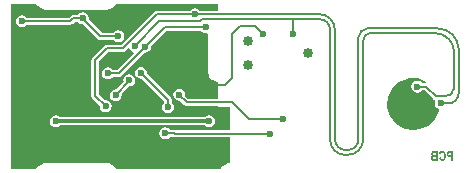
<source format=gbl>
G04*
G04 #@! TF.GenerationSoftware,Altium Limited,Altium Designer,21.0.9 (235)*
G04*
G04 Layer_Physical_Order=2*
G04 Layer_Color=16711680*
%FSLAX25Y25*%
%MOIN*%
G70*
G04*
G04 #@! TF.SameCoordinates,BF7D474B-E12B-4DDB-9B88-BAE4D01EB7A6*
G04*
G04*
G04 #@! TF.FilePolarity,Positive*
G04*
G01*
G75*
%ADD12C,0.00787*%
%ADD32C,0.03347*%
%ADD50C,0.02362*%
%ADD51C,0.01181*%
G36*
X70866Y54748D02*
X64910D01*
X64744Y54996D01*
X64093Y55431D01*
X63325Y55584D01*
X62557Y55431D01*
X61906Y54996D01*
X61740Y54748D01*
X59612D01*
X59499Y54725D01*
X57724D01*
X57610Y54748D01*
X57610Y54748D01*
X50591D01*
X50130Y54656D01*
X49739Y54395D01*
X49739Y54395D01*
X38743Y43399D01*
X33927D01*
X33466Y43308D01*
X33076Y43046D01*
X33076Y43046D01*
X29070Y39040D01*
X28809Y38650D01*
X28717Y38189D01*
X28717Y38189D01*
Y26449D01*
X28717Y26449D01*
X28809Y25988D01*
X29070Y25597D01*
X31575Y23092D01*
X31525Y22838D01*
X31677Y22070D01*
X32113Y21419D01*
X32764Y20984D01*
X33532Y20831D01*
X34300Y20984D01*
X34951Y21419D01*
X35386Y22070D01*
X35539Y22838D01*
X35386Y23606D01*
X34951Y24257D01*
X34300Y24692D01*
X33532Y24845D01*
X33278Y24795D01*
X31126Y26947D01*
Y37690D01*
X34426Y40991D01*
X39242D01*
X39242Y40991D01*
X39703Y41082D01*
X40094Y41343D01*
X40968Y42217D01*
X41513Y42055D01*
X41888Y41494D01*
X42539Y41059D01*
X42648Y41037D01*
X42793Y40559D01*
X37297Y35063D01*
X35815D01*
X35671Y35278D01*
X35020Y35713D01*
X34252Y35865D01*
X33484Y35713D01*
X32833Y35278D01*
X32398Y34626D01*
X32245Y33858D01*
X32398Y33090D01*
X32833Y32439D01*
X33484Y32004D01*
X34252Y31851D01*
X35020Y32004D01*
X35671Y32439D01*
X35815Y32654D01*
X37795D01*
X37795Y32654D01*
X38256Y32746D01*
X38647Y33007D01*
X46385Y40745D01*
X46639Y40695D01*
X47407Y40848D01*
X48058Y41283D01*
X48493Y41934D01*
X48646Y42702D01*
X48596Y42955D01*
X53648Y48008D01*
X65366D01*
X65510Y47793D01*
X66161Y47358D01*
X66929Y47205D01*
X67198Y47259D01*
X67692Y46847D01*
Y33860D01*
X67784Y33399D01*
X68084Y32675D01*
X68344Y32285D01*
X68899Y31730D01*
X69289Y31469D01*
X70013Y31169D01*
X70474Y31078D01*
X70866D01*
Y25346D01*
X61091D01*
X59986Y26450D01*
X60037Y26704D01*
X59884Y27472D01*
X59449Y28123D01*
X58798Y28558D01*
X58030Y28711D01*
X57262Y28558D01*
X56611Y28123D01*
X56176Y27472D01*
X56023Y26704D01*
X56176Y25936D01*
X56611Y25285D01*
X57262Y24850D01*
X58030Y24697D01*
X58283Y24747D01*
X59740Y23290D01*
X60131Y23029D01*
X60592Y22938D01*
X70866D01*
Y22638D01*
X74803D01*
Y14984D01*
X56576D01*
X56420Y15015D01*
X56420Y15015D01*
X54994D01*
X54850Y15230D01*
X54199Y15665D01*
X53431Y15818D01*
X52663Y15665D01*
X52012Y15230D01*
X51577Y14579D01*
X51424Y13810D01*
X51577Y13042D01*
X52012Y12391D01*
X52663Y11956D01*
X53431Y11803D01*
X54199Y11956D01*
X54850Y12391D01*
X54994Y12606D01*
X56296D01*
X56451Y12575D01*
X56451Y12575D01*
X74803D01*
Y3921D01*
X74168Y3837D01*
X73210Y3440D01*
X72388Y2809D01*
X71772Y2007D01*
X36887D01*
X36272Y2808D01*
X35450Y3439D01*
X34492Y3836D01*
X33530Y3962D01*
X33463Y3976D01*
X14277Y3977D01*
X13778Y3977D01*
X13778Y3977D01*
X13778Y3977D01*
X13777Y3977D01*
Y3977D01*
X13709Y3963D01*
X12751Y3837D01*
X11793Y3440D01*
X10970Y2809D01*
X10355Y2007D01*
X2007D01*
Y57048D01*
X10357D01*
X10972Y56247D01*
X11794Y55616D01*
X12752Y55220D01*
X13714Y55093D01*
X13781Y55080D01*
X32967Y55078D01*
X33466Y55078D01*
X33466Y55078D01*
X33466Y55078D01*
X33467Y55078D01*
Y55078D01*
X33535Y55092D01*
X34493Y55218D01*
X35451Y55615D01*
X36274Y56246D01*
X36889Y57048D01*
X70866D01*
Y54748D01*
D02*
G37*
G36*
X136387Y32265D02*
X137537Y32170D01*
X139089Y31743D01*
X140366Y31121D01*
X140225Y30633D01*
X138964D01*
X138821Y30848D01*
X138170Y31283D01*
X137402Y31436D01*
X136634Y31283D01*
X135982Y30848D01*
X135547Y30197D01*
X135395Y29429D01*
X135547Y28661D01*
X135982Y28010D01*
X136634Y27575D01*
X137402Y27422D01*
X138170Y27575D01*
X138821Y28010D01*
X138964Y28225D01*
X139837D01*
X142708Y25354D01*
X143098Y25093D01*
X143151Y25082D01*
X143421Y24587D01*
X143416Y24559D01*
X143269Y23819D01*
X143421Y23051D01*
X143856Y22400D01*
X144508Y21965D01*
X144722Y21922D01*
X144592Y21212D01*
X144098Y19974D01*
X143947Y19842D01*
X143827Y19687D01*
X143697Y19540D01*
X143548Y19283D01*
X143112Y18606D01*
X142042Y17367D01*
X140785Y16364D01*
X139363Y15610D01*
X137828Y15131D01*
X136372Y14961D01*
X136220Y14961D01*
X136038Y14957D01*
X134818Y15042D01*
X134335Y15130D01*
X133257Y15411D01*
X132672Y15647D01*
X131779Y16067D01*
X131098Y16517D01*
X130439Y16994D01*
X129633Y17800D01*
X129289Y18162D01*
X128363Y19563D01*
X127710Y21181D01*
X127395Y22897D01*
X127411Y23770D01*
X127411D01*
X127411Y24534D01*
X127499Y25050D01*
X127688Y26002D01*
X128140Y27222D01*
X128217Y27410D01*
X129022Y28754D01*
X130090Y29958D01*
X131361Y30944D01*
X132792Y31679D01*
X134306Y32128D01*
X134362Y32140D01*
X135463Y32253D01*
X135925Y32283D01*
X135925Y32283D01*
X135926Y32283D01*
X136387Y32265D01*
D02*
G37*
G36*
X145728Y7979D02*
X145822Y7966D01*
X145911Y7945D01*
X145992Y7919D01*
X146069Y7890D01*
X146141Y7856D01*
X146205Y7817D01*
X146265Y7783D01*
X146316Y7745D01*
X146363Y7706D01*
X146401Y7672D01*
X146435Y7643D01*
X146461Y7617D01*
X146478Y7596D01*
X146491Y7583D01*
X146495Y7579D01*
X146559Y7489D01*
X146614Y7391D01*
X146665Y7289D01*
X146708Y7182D01*
X146742Y7076D01*
X146772Y6969D01*
X146797Y6863D01*
X146814Y6765D01*
X146831Y6667D01*
X146840Y6582D01*
X146848Y6501D01*
X146857Y6433D01*
Y6373D01*
X146861Y6330D01*
Y6318D01*
Y6305D01*
Y6301D01*
Y6296D01*
X146857Y6156D01*
X146844Y6019D01*
X146827Y5896D01*
X146806Y5777D01*
X146776Y5666D01*
X146746Y5564D01*
X146712Y5470D01*
X146678Y5389D01*
X146644Y5312D01*
X146610Y5248D01*
X146580Y5193D01*
X146550Y5146D01*
X146529Y5108D01*
X146512Y5082D01*
X146499Y5065D01*
X146495Y5061D01*
X146431Y4993D01*
X146367Y4933D01*
X146299Y4878D01*
X146231Y4835D01*
X146162Y4797D01*
X146090Y4763D01*
X146026Y4737D01*
X145958Y4720D01*
X145898Y4703D01*
X145843Y4690D01*
X145792Y4682D01*
X145749Y4673D01*
X145715D01*
X145685Y4669D01*
X145664D01*
X145587Y4673D01*
X145515Y4682D01*
X145447Y4690D01*
X145383Y4707D01*
X145323Y4724D01*
X145268Y4746D01*
X145217Y4771D01*
X145166Y4793D01*
X145123Y4814D01*
X145089Y4839D01*
X145055Y4861D01*
X145029Y4878D01*
X145008Y4895D01*
X144991Y4908D01*
X144982Y4912D01*
X144978Y4916D01*
X144927Y4967D01*
X144880Y5023D01*
X144838Y5082D01*
X144795Y5142D01*
X144727Y5274D01*
X144671Y5402D01*
X144646Y5461D01*
X144629Y5517D01*
X144612Y5568D01*
X144599Y5610D01*
X144586Y5649D01*
X144578Y5679D01*
X144573Y5696D01*
Y5700D01*
X145089Y5900D01*
X145102Y5836D01*
X145119Y5777D01*
X145136Y5721D01*
X145153Y5670D01*
X145170Y5623D01*
X145187Y5581D01*
X145225Y5508D01*
X145259Y5453D01*
X145285Y5415D01*
X145302Y5393D01*
X145310Y5385D01*
X145370Y5329D01*
X145430Y5291D01*
X145494Y5261D01*
X145549Y5244D01*
X145600Y5231D01*
X145639Y5227D01*
X145664Y5223D01*
X145673D01*
X145724Y5227D01*
X145775Y5236D01*
X145822Y5248D01*
X145864Y5261D01*
X145945Y5304D01*
X146013Y5351D01*
X146064Y5398D01*
X146103Y5440D01*
X146120Y5453D01*
X146128Y5466D01*
X146133Y5474D01*
X146137Y5478D01*
X146167Y5530D01*
X146196Y5589D01*
X146218Y5653D01*
X146239Y5721D01*
X146273Y5862D01*
X146294Y6007D01*
X146299Y6071D01*
X146307Y6134D01*
X146311Y6190D01*
Y6241D01*
X146316Y6284D01*
Y6313D01*
Y6330D01*
Y6339D01*
X146311Y6445D01*
X146307Y6543D01*
X146299Y6633D01*
X146286Y6714D01*
X146273Y6791D01*
X146256Y6859D01*
X146239Y6923D01*
X146222Y6974D01*
X146205Y7025D01*
X146192Y7063D01*
X146175Y7097D01*
X146162Y7127D01*
X146150Y7148D01*
X146141Y7161D01*
X146133Y7170D01*
Y7174D01*
X146098Y7221D01*
X146060Y7259D01*
X146022Y7293D01*
X145979Y7323D01*
X145941Y7349D01*
X145903Y7366D01*
X145826Y7400D01*
X145762Y7417D01*
X145732Y7421D01*
X145707Y7425D01*
X145690Y7429D01*
X145660D01*
X145587Y7425D01*
X145519Y7408D01*
X145459Y7387D01*
X145404Y7361D01*
X145366Y7332D01*
X145332Y7310D01*
X145315Y7293D01*
X145306Y7289D01*
X145255Y7233D01*
X145208Y7170D01*
X145174Y7102D01*
X145144Y7038D01*
X145127Y6982D01*
X145110Y6935D01*
X145106Y6918D01*
Y6905D01*
X145102Y6897D01*
Y6893D01*
X144578Y7046D01*
X144599Y7123D01*
X144620Y7195D01*
X144646Y7259D01*
X144667Y7323D01*
X144697Y7378D01*
X144723Y7429D01*
X144748Y7476D01*
X144769Y7519D01*
X144795Y7557D01*
X144816Y7591D01*
X144838Y7617D01*
X144855Y7643D01*
X144867Y7660D01*
X144880Y7672D01*
X144884Y7677D01*
X144889Y7681D01*
X144944Y7736D01*
X145008Y7779D01*
X145068Y7821D01*
X145132Y7856D01*
X145191Y7885D01*
X145255Y7911D01*
X145315Y7928D01*
X145370Y7945D01*
X145425Y7958D01*
X145472Y7966D01*
X145519Y7975D01*
X145557Y7979D01*
X145587Y7983D01*
X145630D01*
X145728Y7979D01*
D02*
G37*
G36*
X149213Y4724D02*
X148684D01*
Y5934D01*
X148254D01*
X148173Y5939D01*
X148097Y5943D01*
X148028Y5947D01*
X147969Y5956D01*
X147913Y5964D01*
X147862Y5973D01*
X147820Y5981D01*
X147781Y5990D01*
X147747Y5998D01*
X147722Y6007D01*
X147700Y6015D01*
X147683Y6019D01*
X147670Y6024D01*
X147666Y6028D01*
X147662D01*
X147590Y6071D01*
X147530Y6117D01*
X147470Y6173D01*
X147423Y6228D01*
X147385Y6275D01*
X147360Y6318D01*
X147347Y6335D01*
X147338Y6347D01*
X147334Y6352D01*
Y6356D01*
X147291Y6450D01*
X147257Y6548D01*
X147236Y6646D01*
X147219Y6735D01*
X147210Y6816D01*
X147206Y6850D01*
X147202Y6880D01*
Y6905D01*
Y6923D01*
Y6935D01*
Y6940D01*
X147210Y7076D01*
X147227Y7199D01*
X147249Y7306D01*
X147266Y7353D01*
X147279Y7395D01*
X147291Y7434D01*
X147308Y7468D01*
X147321Y7493D01*
X147330Y7519D01*
X147343Y7536D01*
X147347Y7549D01*
X147355Y7557D01*
Y7562D01*
X147415Y7647D01*
X147479Y7715D01*
X147547Y7770D01*
X147607Y7813D01*
X147662Y7843D01*
X147705Y7864D01*
X147722Y7873D01*
X147734Y7877D01*
X147739Y7881D01*
X147743D01*
X147773Y7890D01*
X147811Y7898D01*
X147854Y7902D01*
X147900Y7907D01*
X148003Y7915D01*
X148109Y7924D01*
X148207D01*
X148250Y7928D01*
X149213D01*
Y4724D01*
D02*
G37*
G36*
X144122D02*
X143031D01*
X142946Y4729D01*
X142869D01*
X142801Y4733D01*
X142742Y4737D01*
X142691Y4741D01*
X142644Y4746D01*
X142605D01*
X142571Y4750D01*
X142546Y4754D01*
X142524Y4758D01*
X142507D01*
X142499Y4763D01*
X142490D01*
X142448Y4775D01*
X142405Y4793D01*
X142333Y4831D01*
X142264Y4882D01*
X142205Y4929D01*
X142158Y4980D01*
X142124Y5018D01*
X142111Y5035D01*
X142103Y5048D01*
X142094Y5052D01*
Y5057D01*
X142039Y5150D01*
X141996Y5253D01*
X141966Y5351D01*
X141945Y5444D01*
X141932Y5530D01*
X141928Y5564D01*
Y5593D01*
X141924Y5619D01*
Y5636D01*
Y5649D01*
Y5653D01*
X141928Y5755D01*
X141945Y5849D01*
X141966Y5934D01*
X141988Y6002D01*
X142013Y6062D01*
X142034Y6105D01*
X142043Y6117D01*
X142051Y6130D01*
X142056Y6134D01*
Y6139D01*
X142111Y6211D01*
X142167Y6271D01*
X142230Y6318D01*
X142290Y6360D01*
X142341Y6386D01*
X142384Y6407D01*
X142401Y6416D01*
X142414Y6420D01*
X142418Y6424D01*
X142422D01*
X142362Y6463D01*
X142311Y6505D01*
X142269Y6552D01*
X142230Y6594D01*
X142201Y6637D01*
X142175Y6671D01*
X142162Y6692D01*
X142158Y6701D01*
X142124Y6774D01*
X142098Y6846D01*
X142077Y6914D01*
X142064Y6982D01*
X142056Y7038D01*
X142051Y7080D01*
Y7097D01*
Y7110D01*
Y7114D01*
Y7119D01*
X142056Y7212D01*
X142069Y7293D01*
X142090Y7370D01*
X142111Y7438D01*
X142137Y7493D01*
X142154Y7536D01*
X142171Y7562D01*
X142175Y7566D01*
Y7570D01*
X142222Y7638D01*
X142273Y7698D01*
X142320Y7745D01*
X142367Y7783D01*
X142409Y7813D01*
X142439Y7830D01*
X142461Y7843D01*
X142469Y7847D01*
X142503Y7860D01*
X142546Y7873D01*
X142635Y7894D01*
X142737Y7907D01*
X142835Y7919D01*
X142929Y7924D01*
X142967D01*
X143006Y7928D01*
X144122D01*
Y4724D01*
D02*
G37*
%LPC*%
G36*
X25829Y54171D02*
X25061Y54018D01*
X24410Y53583D01*
X24267Y53368D01*
X22655D01*
X22194Y53276D01*
X21803Y53015D01*
X21803Y53015D01*
X21238Y52450D01*
X7142D01*
X6999Y52665D01*
X6347Y53100D01*
X5579Y53253D01*
X4811Y53100D01*
X4160Y52665D01*
X3725Y52014D01*
X3572Y51245D01*
X3725Y50477D01*
X4160Y49826D01*
X4811Y49391D01*
X5579Y49238D01*
X6347Y49391D01*
X6999Y49826D01*
X7142Y50041D01*
X21737D01*
X21737Y50041D01*
X22198Y50133D01*
X22588Y50394D01*
X23154Y50959D01*
X24267D01*
X24410Y50744D01*
X25061Y50309D01*
X25829Y50157D01*
X26049Y50200D01*
X30879Y45370D01*
X30879Y45370D01*
X31270Y45109D01*
X31731Y45018D01*
X36185D01*
X36329Y44803D01*
X36980Y44368D01*
X37748Y44215D01*
X38516Y44368D01*
X39167Y44803D01*
X39602Y45454D01*
X39755Y46222D01*
X39602Y46990D01*
X39167Y47641D01*
X38516Y48076D01*
X37748Y48229D01*
X36980Y48076D01*
X36329Y47641D01*
X36185Y47426D01*
X32230D01*
X27779Y51876D01*
X27837Y52164D01*
X27684Y52932D01*
X27249Y53583D01*
X26598Y54018D01*
X25829Y54171D01*
D02*
G37*
G36*
X41339Y33503D02*
X40571Y33350D01*
X39919Y32915D01*
X39484Y32264D01*
X39331Y31496D01*
X39432Y30993D01*
X36917Y28479D01*
X36889Y28484D01*
X36121Y28331D01*
X35470Y27896D01*
X35035Y27245D01*
X34883Y26477D01*
X35035Y25709D01*
X35470Y25058D01*
X36121Y24623D01*
X36889Y24470D01*
X37658Y24623D01*
X38309Y25058D01*
X38744Y25709D01*
X38897Y26477D01*
X38801Y26957D01*
X41334Y29490D01*
X41339Y29489D01*
X42107Y29642D01*
X42758Y30077D01*
X43193Y30728D01*
X43346Y31496D01*
X43193Y32264D01*
X42758Y32915D01*
X42107Y33350D01*
X41339Y33503D01*
D02*
G37*
G36*
X45258Y36013D02*
X44490Y35860D01*
X43839Y35425D01*
X43404Y34774D01*
X43251Y34006D01*
X43404Y33238D01*
X43839Y32587D01*
X44490Y32152D01*
X45258Y31999D01*
X45572Y32061D01*
X53051Y24582D01*
X53024Y24093D01*
X52837Y23968D01*
X52402Y23317D01*
X52249Y22549D01*
X52402Y21781D01*
X52837Y21130D01*
X53488Y20695D01*
X54256Y20542D01*
X55024Y20695D01*
X55675Y21130D01*
X56110Y21781D01*
X56263Y22549D01*
X56110Y23317D01*
X55675Y23968D01*
X55460Y24112D01*
Y25080D01*
X55460Y25080D01*
X55369Y25541D01*
X55107Y25932D01*
X47227Y33813D01*
X47265Y34006D01*
X47112Y34774D01*
X46677Y35425D01*
X46026Y35860D01*
X45258Y36013D01*
D02*
G37*
G36*
X67970Y19928D02*
X67202Y19775D01*
X66551Y19340D01*
X66541Y19326D01*
X18216D01*
X17666Y19693D01*
X16898Y19846D01*
X16130Y19693D01*
X15479Y19258D01*
X15044Y18607D01*
X14891Y17839D01*
X15044Y17071D01*
X15479Y16420D01*
X16130Y15984D01*
X16898Y15832D01*
X17666Y15984D01*
X18317Y16420D01*
X18381Y16516D01*
X66541D01*
X66551Y16501D01*
X67202Y16066D01*
X67970Y15913D01*
X68738Y16066D01*
X69389Y16501D01*
X69824Y17152D01*
X69977Y17921D01*
X69824Y18689D01*
X69389Y19340D01*
X68738Y19775D01*
X67970Y19928D01*
D02*
G37*
G36*
X148684Y7387D02*
X148314D01*
X148267Y7383D01*
X148220D01*
X148182Y7378D01*
X148143Y7374D01*
X148114Y7370D01*
X148088D01*
X148045Y7361D01*
X148015Y7353D01*
X147998Y7349D01*
X147994D01*
X147956Y7332D01*
X147922Y7310D01*
X147892Y7285D01*
X147866Y7259D01*
X147845Y7238D01*
X147832Y7216D01*
X147824Y7204D01*
X147820Y7199D01*
X147794Y7157D01*
X147777Y7114D01*
X147764Y7067D01*
X147756Y7025D01*
X147751Y6987D01*
X147747Y6957D01*
Y6940D01*
Y6931D01*
X147751Y6876D01*
X147756Y6825D01*
X147768Y6778D01*
X147781Y6739D01*
X147794Y6705D01*
X147802Y6684D01*
X147811Y6667D01*
X147815Y6663D01*
X147841Y6624D01*
X147871Y6594D01*
X147900Y6569D01*
X147926Y6548D01*
X147952Y6535D01*
X147973Y6522D01*
X147986Y6518D01*
X147990Y6514D01*
X148011Y6505D01*
X148037Y6501D01*
X148097Y6492D01*
X148165Y6484D01*
X148233Y6480D01*
X148297D01*
X148348Y6475D01*
X148684D01*
Y7387D01*
D02*
G37*
G36*
X143594Y7395D02*
X143146D01*
X143087Y7391D01*
X142989D01*
X142946Y7387D01*
X142908D01*
X142878Y7383D01*
X142852Y7378D01*
X142835D01*
X142806Y7374D01*
X142789Y7370D01*
X142784D01*
X142750Y7357D01*
X142720Y7344D01*
X142674Y7306D01*
X142657Y7289D01*
X142644Y7272D01*
X142635Y7263D01*
X142631Y7259D01*
X142610Y7225D01*
X142593Y7187D01*
X142584Y7148D01*
X142576Y7114D01*
X142571Y7080D01*
X142567Y7055D01*
Y7038D01*
Y7029D01*
X142571Y6974D01*
X142580Y6923D01*
X142593Y6880D01*
X142605Y6846D01*
X142618Y6816D01*
X142631Y6795D01*
X142639Y6782D01*
X142644Y6778D01*
X142674Y6748D01*
X142708Y6722D01*
X142746Y6701D01*
X142780Y6684D01*
X142810Y6675D01*
X142835Y6667D01*
X142852Y6663D01*
X142874D01*
X142895Y6658D01*
X143014D01*
X143078Y6654D01*
X143594D01*
Y7395D01*
D02*
G37*
G36*
Y6122D02*
X143048D01*
X142997Y6117D01*
X142955D01*
X142912Y6113D01*
X142874Y6109D01*
X142844Y6105D01*
X142814D01*
X142767Y6096D01*
X142737Y6088D01*
X142720Y6083D01*
X142716D01*
X142678Y6066D01*
X142639Y6045D01*
X142610Y6024D01*
X142584Y5998D01*
X142563Y5977D01*
X142550Y5960D01*
X142541Y5947D01*
X142537Y5943D01*
X142516Y5904D01*
X142499Y5858D01*
X142486Y5815D01*
X142478Y5777D01*
X142473Y5738D01*
X142469Y5708D01*
Y5691D01*
Y5683D01*
X142473Y5627D01*
X142478Y5576D01*
X142490Y5534D01*
X142499Y5500D01*
X142512Y5470D01*
X142524Y5444D01*
X142529Y5432D01*
X142533Y5427D01*
X142559Y5393D01*
X142584Y5363D01*
X142610Y5342D01*
X142635Y5325D01*
X142657Y5312D01*
X142674Y5304D01*
X142686Y5295D01*
X142691D01*
X142712Y5291D01*
X142733Y5287D01*
X142793Y5278D01*
X142861Y5274D01*
X142929Y5270D01*
X142997Y5265D01*
X143594D01*
Y6122D01*
D02*
G37*
%LPD*%
D12*
X147616Y23807D02*
G03*
X151181Y27373I0J3566D01*
G01*
X121684Y47244D02*
G03*
X119353Y44913I0J-2331D01*
G01*
X149606Y40945D02*
G03*
X143307Y47244I-6299J0D01*
G01*
X108268Y48394D02*
G03*
X104724Y51938I-3543J0D01*
G01*
X146678Y26206D02*
G03*
X149606Y29134I0J2928D01*
G01*
X114173Y6693D02*
G03*
X119322Y11842I0J5149D01*
G01*
X108268Y11767D02*
G03*
X113386Y6649I5118J0D01*
G01*
X113492Y6693D02*
G03*
X113386Y6649I0J-151D01*
G01*
X148175Y26636D02*
G03*
X148628Y26977I-995J1792D01*
G01*
X149538Y28666D02*
G03*
X149606Y29339I-3271J673D01*
G01*
X148628Y26977D02*
G03*
X149538Y28666I-2362J2362D01*
G01*
X151181Y41732D02*
G03*
X144095Y48819I-7087J0D01*
G01*
X120866Y48850D02*
G03*
X117717Y45700I0J-3150D01*
G01*
X109873Y48425D02*
G03*
X104755Y53543I-5118J0D01*
G01*
X114173Y8299D02*
G03*
X117717Y11842I0J3543D01*
G01*
X109904Y11811D02*
G03*
X113447Y8268I3543J0D01*
G01*
X140336Y29429D02*
X143559Y26206D01*
X137402Y29429D02*
X140336D01*
X145276Y23819D02*
X145287Y23807D01*
X147616D01*
X143559Y26206D02*
X146678D01*
X151181Y27373D02*
Y41732D01*
X121684Y47244D02*
X143307D01*
X95967Y51938D02*
X104724D01*
X149606Y33465D02*
Y40945D01*
X108268Y11767D02*
Y48394D01*
X113492Y6693D02*
X114173D01*
X149606Y29339D02*
Y33465D01*
X120866Y48819D02*
X144095D01*
X117717Y11842D02*
Y45700D01*
X109904Y11811D02*
Y48425D01*
X113478Y8299D02*
X114173D01*
X113447Y8268D02*
X113478Y8299D01*
X63358Y53543D02*
X104755D01*
X65717Y51938D02*
X95967D01*
X51354Y51157D02*
X64937D01*
X65717Y51938D01*
X63292Y53543D02*
X63325Y53577D01*
X63358Y53543D01*
X59612D02*
X63292D01*
X50591D02*
X57610D01*
X57633Y53521D01*
X59590D01*
X59612Y53543D01*
X29921Y38189D02*
X33927Y42195D01*
X39242D02*
X50591Y53543D01*
X33927Y42195D02*
X39242D01*
X26005Y51948D02*
X31731Y46222D01*
X37748D01*
X5579Y51245D02*
X21737D01*
X22655Y52164D01*
X25829D01*
X43307Y42913D02*
Y43110D01*
X51354Y51157D01*
X53150Y49213D02*
X66929D01*
X46639Y42702D02*
Y42702D01*
X53150Y49213D01*
X37795Y33858D02*
X46639Y42702D01*
X34252Y33858D02*
X37795D01*
X41339Y31197D02*
Y31496D01*
X36889Y26748D02*
X41339Y31197D01*
X45258Y34078D02*
X54256Y25080D01*
X45258Y34006D02*
Y34078D01*
X36889Y26477D02*
Y26748D01*
X29921Y26449D02*
X33532Y22838D01*
X29921Y26449D02*
Y38189D01*
X60592Y24142D02*
X75705D01*
X81363Y18484D02*
X92598D01*
X75705Y24142D02*
X81363Y18484D01*
X56451Y13780D02*
X88189D01*
X53431Y13810D02*
X56420D01*
X56451Y13780D01*
X73227Y29920D02*
X75590Y32283D01*
Y46850D02*
X78347Y49606D01*
X75590Y32283D02*
Y46850D01*
X83381Y49606D02*
X85967Y47020D01*
X78347Y49606D02*
X83381D01*
X58030Y26704D02*
X60592Y24142D01*
X58030Y26704D02*
X58030D01*
X54256Y22549D02*
Y25080D01*
X16898Y17839D02*
X16980Y17921D01*
X95967Y47020D02*
Y51938D01*
X69072Y29920D02*
X73227D01*
X68480Y30512D02*
X69072Y29920D01*
X67913Y30512D02*
X68480D01*
X119322Y11842D02*
Y44913D01*
X149606Y33465D02*
X149606D01*
D32*
X80945Y44551D02*
D03*
Y36551D02*
D03*
X100945Y40551D02*
D03*
D50*
X137402Y29429D02*
D03*
Y17913D02*
D03*
X145276Y23819D02*
D03*
X63325Y53577D02*
D03*
X41706Y49282D02*
D03*
X37748Y46222D02*
D03*
X5579Y51245D02*
D03*
X25829Y52164D02*
D03*
X54823Y4626D02*
D03*
X33661Y8268D02*
D03*
X55158Y11112D02*
D03*
X67829Y11221D02*
D03*
X41339Y31496D02*
D03*
X45258Y34006D02*
D03*
X36889Y26477D02*
D03*
X46639Y42702D02*
D03*
X43307Y42913D02*
D03*
X88189Y13780D02*
D03*
X50035Y22282D02*
D03*
X54256Y22549D02*
D03*
X58611Y55883D02*
D03*
X16898Y17839D02*
D03*
X53431Y13810D02*
D03*
X67970Y17921D02*
D03*
X72891D02*
D03*
X92598Y18484D02*
D03*
X40390Y23860D02*
D03*
X95967Y47020D02*
D03*
X85967D02*
D03*
X58030Y26704D02*
D03*
X33532Y22838D02*
D03*
X6247Y5263D02*
D03*
X66535Y35433D02*
D03*
Y46063D02*
D03*
X37402Y37402D02*
D03*
X34252Y33858D02*
D03*
X56309Y38584D02*
D03*
X66929Y49213D02*
D03*
X12598Y15354D02*
D03*
D51*
X16980Y17921D02*
X67970D01*
M02*

</source>
